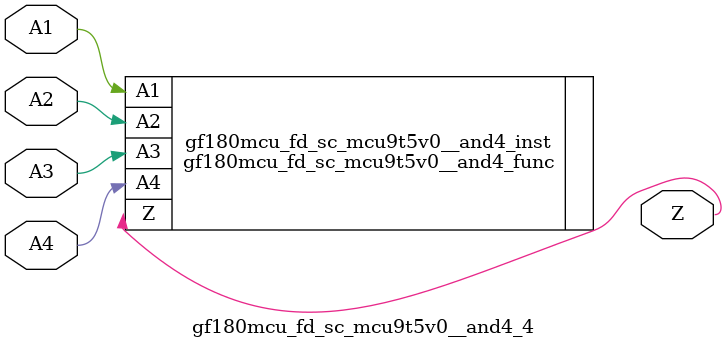
<source format=v>

`ifndef GF180MCU_FD_SC_MCU9T5V0__AND4_4_V
`define GF180MCU_FD_SC_MCU9T5V0__AND4_4_V

`include "gf180mcu_fd_sc_mcu9t5v0__and4_func.v"

`ifdef USE_POWER_PINS
module gf180mcu_fd_sc_mcu9t5v0__and4_4( A4, A3, A1, A2, Z, VDD, VSS );
inout VDD, VSS;
`else // If not USE_POWER_PINS
module gf180mcu_fd_sc_mcu9t5v0__and4_4( A4, A3, A1, A2, Z );
`endif // If not USE_POWER_PINS
input A1, A2, A3, A4;
output Z;

`ifdef USE_POWER_PINS
  gf180mcu_fd_sc_mcu9t5v0__and4_func gf180mcu_fd_sc_mcu9t5v0__and4_inst(.A4(A4),.A3(A3),.A1(A1),.A2(A2),.Z(Z),.VDD(VDD),.VSS(VSS));
`else // If not USE_POWER_PINS
  gf180mcu_fd_sc_mcu9t5v0__and4_func gf180mcu_fd_sc_mcu9t5v0__and4_inst(.A4(A4),.A3(A3),.A1(A1),.A2(A2),.Z(Z));
`endif // If not USE_POWER_PINS

`ifndef FUNCTIONAL
	// spec_gates_begin


	// spec_gates_end



   specify

	// specify_block_begin

	// comb arc A1 --> Z
	 (A1 => Z) = (1.0,1.0);

	// comb arc A2 --> Z
	 (A2 => Z) = (1.0,1.0);

	// comb arc A3 --> Z
	 (A3 => Z) = (1.0,1.0);

	// comb arc A4 --> Z
	 (A4 => Z) = (1.0,1.0);

	// specify_block_end

   endspecify

   `endif

endmodule
`endif // GF180MCU_FD_SC_MCU9T5V0__AND4_4_V

</source>
